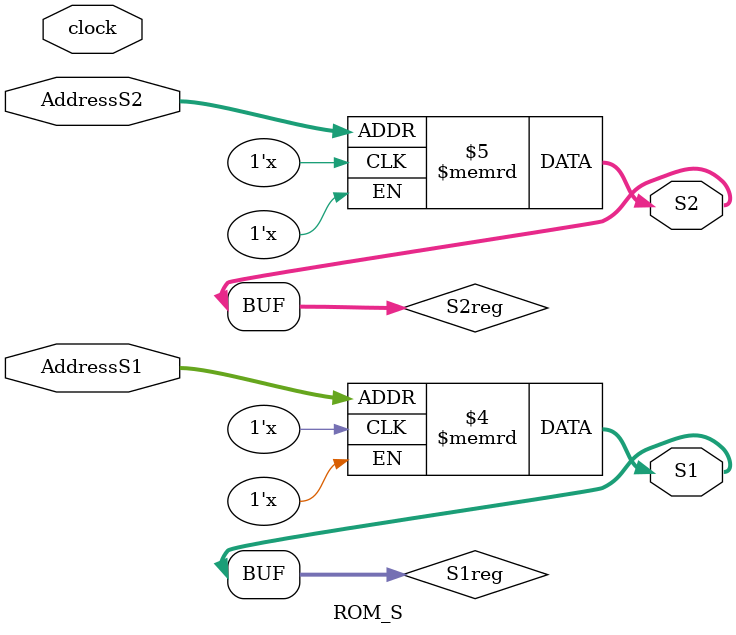
<source format=sv>
module top(
    input logic clock,
    input logic reset,
    input logic start,
    input logic [7:0] video_frame_data,
    input logic [7:0] control_signals,
    output logic [3:0] motionX,
    output logic [3:0] motionY,
    output logic [7:0] BestDist,
    output logic completed,
    output logic [7:0] AddressR,
    output logic [9:0] AddressS1,
    output logic [9:0] AddressS2,
    input logic [7:0] R,
    input logic [7:0] S1,
    input logic [7:0] S2
);

    wire [15:0] S1S2mux_wire, newDist_wire, PEready_wire;
    wire CompStart_wire;
    wire [3:0] VectorX_wire, VectorY_wire;
    wire [127:0] Accumulate_wire;
    wire [7:0] Rpipe_wire;

    // Instantiate the control module
    control ctl_u(
        .clock(clock),
        .start(start),
        .S1S2mux(S1S2mux_wire),
        .newDist(newDist_wire),
        .CompStart(CompStart_wire),
        .PEready(PEready_wire),
        .VectorX(VectorX_wire),
        .VectorY(VectorY_wire),
        .AddressR(AddressR),
        .AddressS1(AddressS1),
        .AddressS2(AddressS2),
        .completed(completed)
    );

    // Instantiate the PEtotal module
    PEtotal pe_u(
        .clock(clock),
        .R(R),
        .S1(S1),
        .S2(S2),
        .S1S2mux(S1S2mux_wire),
        .newDist(newDist_wire),
        .Accumulate(Accumulate_wire)
    );

    // Instantiate the Comparator module
    Comparator comp_u(
        .clock(clock),
        .CompStart(CompStart_wire),
        .PEout(Accumulate_wire),
        .PEready(PEready_wire),
        .vectorX(VectorX_wire),
        .vectorY(VectorY_wire),
        .BestDist(BestDist),
        .motionX(motionX),
        .motionY(motionY)
    );

    // Instantiate memories
    ROM_R memR_u (
        .clock(clock),
        .AddressR(AddressR),
        .R(R)
    );

    ROM_S memS_u (
        .clock(clock),
        .AddressS1(AddressS1),
        .AddressS2(AddressS2),
        .S1(S1),
        .S2(S2)
    );

endmodule

/* Module For Processing Element (PE) */
module PE (
    input clock,
    input [7:0] R, S1, S2,
    input S1S2mux, newDist,
    output [7:0] Accumulate,
    output [7:0] Rpipe
);
    reg [7:0] AccumulateReg, AccumulateIn, difference, difference_temp;
    reg Carry;

    always @(posedge clock) Rpipe <= R;
    always @(posedge clock) AccumulateReg <= AccumulateIn;

    always @(R or S1 or S2 or S1S2mux or newDist or AccumulateReg) begin
        difference = R - (S1S2mux ? S1 : S2);
        difference_temp = -difference;
        if (difference < 0) difference = difference_temp;
        {Carry, AccumulateIn} = AccumulateReg + difference;
        if (Carry == 1) AccumulateIn = 8'hFF; // saturated
        if (newDist == 1) AccumulateIn = difference;
    end
    assign Accumulate = AccumulateReg;
endmodule

/* Module For The Last Processing Element (PEend) */
module PEend (
    input clock,
    input [7:0] R, S1, S2,
    input S1S2mux, newDist,
    output [7:0] Accumulate
);
    reg [7:0] AccumulateReg, AccumulateIn, difference, difference_temp;
    reg Carry;

    always @(posedge clock) AccumulateReg <= AccumulateIn;

    always @(R or S1 or S2 or S1S2mux or newDist or AccumulateReg) begin
        difference = R - (S1S2mux ? S1 : S2);
        difference_temp = -difference;
        if (difference < 0) difference = difference_temp;
        {Carry, AccumulateIn} = AccumulateReg + difference;
        if (Carry == 1) AccumulateIn = 8'hFF; // saturated
        if (newDist == 1) AccumulateIn = difference;
    end
    assign Accumulate = AccumulateReg;
endmodule

/* Module For Control Unit */
module control (
    input clock,
    input start,
    output reg [15:0] S1S2mux, newDist, PEready,
    output reg CompStart,
    output reg [3:0] VectorX, VectorY,
    output reg [7:0] AddressR,
    output reg [9:0] AddressS1, AddressS2,
    output reg completed
);
    parameter count_complete = 16 * (16 * 16) + 15; // 4111

    reg [12:0] count, count_temp;
    integer i;
    reg [11:0] temp;

    always @(posedge clock) begin
        if (start == 0) count <= 12'b0;
        else if (completed == 0) count <= count_temp;
    end

    always @(count) begin
        count_temp = count + 1'b1;
        for (i = 0; i < 16; i = i + 1) begin
            newDist[i] = (count[7:0] == i);    
            PEready[i] = (newDist[i] && !(count < 256));    
            S1S2mux[i] = (count[3:0] >= i);
            CompStart = (!(count < 256));
        end

        AddressR = count[7:0];
        AddressS1 = (count[11:8] + count[7:4]) * 32 + count[3:0];
        temp = count[11:0] - 16;
        AddressS2 = (temp[11:8] + temp[7:4]) * 32 + temp[3:0] + 16;

        VectorX = count[3:0] - 8; 
        VectorY = count[11:8] - 9;

        completed = (count[12:0] == count_complete); // 4111
    end
endmodule

/* Module For Comparator Unit */
module Comparator (
    input clock,
    input CompStart,
    input [127:0] PEout,
    input [15:0] PEready,
    input [3:0] vectorX, vectorY,
    output reg [7:0] BestDist,
    output reg [3:0] motionX, motionY
);
    reg [7:0] newDist;
    reg newBest;
    integer n;

    always @(posedge clock) begin
        if (CompStart == 0) BestDist <= 8'hFF; // initialize to highest value
        else if (newBest == 1) begin
            BestDist <= newDist;
            motionX <= vectorX;
            motionY <= vectorY;
        end
    end

    always @(BestDist or PEout or PEready or CompStart) begin
        newDist = 8'hFF;
        for (n = 0; n <= 15; n = n + 1) begin
            if (PEready[n] == 1) begin
                case (n)
                    4'b0000: newDist = PEout[7:0];
                    4'b0001: newDist = PEout[15:8]; 
                    4'b0010: newDist = PEout[23:16]; 
                    4'b0011: newDist = PEout[31:24];
                    4'b0100: newDist = PEout[39:32]; 
                    4'b0101: newDist = PEout[47:40]; 
                    4'b0110: newDist = PEout[55:48]; 
                    4'b0111: newDist = PEout[63:56]; 
                    4'b1000: newDist = PEout[71:64]; 
                    4'b1001: newDist = PEout[79:72]; 
                    4'b1010: newDist = PEout[87:80]; 
                    4'b1011: newDist = PEout[95:88]; 
                    4'b1100: newDist = PEout[103:96]; 
                    4'b1101: newDist = PEout[111:104]; 
                    4'b1110: newDist = PEout[119:112]; 
                    4'b1111: newDist = PEout[127:120];
                    default: newDist = 8'hFF;  
                endcase
            end
        end

        if ((|PEready == 0) || (CompStart == 0)) newBest = 0;
        else if (newDist < BestDist) newBest = 1;
        else newBest = 0;
    end
endmodule

/* Module For Total 16 Processing Elements (PEtotal) */
module PEtotal (
    input clock,
    input [7:0] R, S1, S2,
    input [15:0] S1S2mux, newDist,
    output [127:0] Accumulate
);
    wire [7:0] Rpipe0, Rpipe1, Rpipe2, Rpipe3, Rpipe4, Rpipe5, Rpipe6, Rpipe7, Rpipe8, Rpipe9, Rpipe10, Rpipe11, Rpipe12, Rpipe13, Rpipe14;

    PE pe0 (clock, R, S1, S2, S1S2mux[0], newDist[0], Accumulate[7:0], Rpipe0);
    PE pe1 (clock, Rpipe0, S1, S2, S1S2mux[1], newDist[1], Accumulate[15:8], Rpipe1);
    PE pe2 (clock, Rpipe1, S1, S2, S1S2mux[2], newDist[2], Accumulate[23:16], Rpipe2);
    PE pe3 (clock, Rpipe2, S1, S2, S1S2mux[3], newDist[3], Accumulate[31:24], Rpipe3);
    PE pe4 (clock, Rpipe3, S1, S2, S1S2mux[4], newDist[4], Accumulate[39:32], Rpipe4);
    PE pe5 (clock, Rpipe4, S1, S2, S1S2mux[5], newDist[5], Accumulate[47:40], Rpipe5);
    PE pe6 (clock, Rpipe5, S1, S2, S1S2mux[6], newDist[6], Accumulate[55:48], Rpipe6);
    PE pe7 (clock, Rpipe6, S1, S2, S1S2mux[7], newDist[7], Accumulate[63:56], Rpipe7);
    PE pe8 (clock, Rpipe7, S1, S2, S1S2mux[8], newDist[8], Accumulate[71:64], Rpipe8);
    PE pe9 (clock, Rpipe8, S1, S2, S1S2mux[9], newDist[9], Accumulate[79:72], Rpipe9);
    PE pe10 (clock, Rpipe9, S1, S2, S1S2mux[10], newDist[10], Accumulate[87:80], Rpipe10);
    PE pe11 (clock, Rpipe10, S1, S2, S1S2mux[11], newDist[11], Accumulate[95:88], Rpipe11);
    PE pe12 (clock, Rpipe11, S1, S2, S1S2mux[12], newDist[12], Accumulate[103:96], Rpipe12);
    PE pe13 (clock, Rpipe12, S1, S2, S1S2mux[13], newDist[13], Accumulate[111:104], Rpipe13);
    PE pe14 (clock, Rpipe13, S1, S2, S1S2mux[14], newDist[14], Accumulate[119:112], Rpipe14);
    PEend pe15 (clock, Rpipe14, S1, S2, S1S2mux[15], newDist[15], Accumulate[127:120]);
endmodule

/* Module For Reference Block (Memory) */
module ROM_R (
    input clock,
    input [7:0] AddressR,
    output [7:0] R
);
    reg [7:0] Rreg;
    reg [7:0] Rmem[0:255];

    always @(*) Rreg = Rmem[AddressR];
    assign R = Rreg;
endmodule

/* Module For Search Block (Memory) */
module ROM_S (
    input clock,
    input [9:0] AddressS1, AddressS2,
    output [7:0] S1, S2
);
    reg [7:0] S1reg, S2reg;
    reg [7:0] Smem[0:1023];

    always @(*) begin
        S1reg = Smem[AddressS1];
        S2reg = Smem[AddressS2];
    end
    assign S1 = S1reg;
    assign S2 = S2reg;
endmodule

</source>
